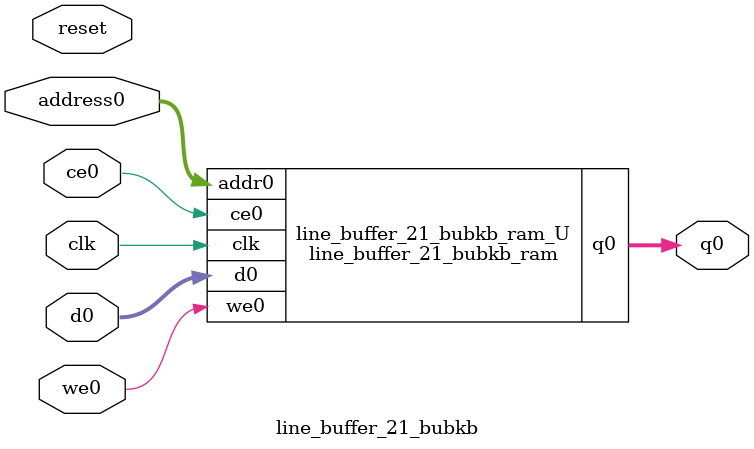
<source format=v>

`timescale 1 ns / 1 ps
module line_buffer_21_bubkb_ram (addr0, ce0, d0, we0, q0,  clk);

parameter DWIDTH = 16;
parameter AWIDTH = 11;
parameter MEM_SIZE = 1792;

input[AWIDTH-1:0] addr0;
input ce0;
input[DWIDTH-1:0] d0;
input we0;
output reg[DWIDTH-1:0] q0;
input clk;

(* ram_style = "block" *)reg [DWIDTH-1:0] ram[0:MEM_SIZE-1];




always @(posedge clk)  
begin 
    if (ce0) 
    begin
        if (we0) 
        begin 
            ram[addr0] <= d0; 
            q0 <= d0;
        end 
        else 
            q0 <= ram[addr0];
    end
end


endmodule


`timescale 1 ns / 1 ps
module line_buffer_21_bubkb(
    reset,
    clk,
    address0,
    ce0,
    we0,
    d0,
    q0);

parameter DataWidth = 32'd16;
parameter AddressRange = 32'd1792;
parameter AddressWidth = 32'd11;
input reset;
input clk;
input[AddressWidth - 1:0] address0;
input ce0;
input we0;
input[DataWidth - 1:0] d0;
output[DataWidth - 1:0] q0;



line_buffer_21_bubkb_ram line_buffer_21_bubkb_ram_U(
    .clk( clk ),
    .addr0( address0 ),
    .ce0( ce0 ),
    .d0( d0 ),
    .we0( we0 ),
    .q0( q0 ));

endmodule


</source>
